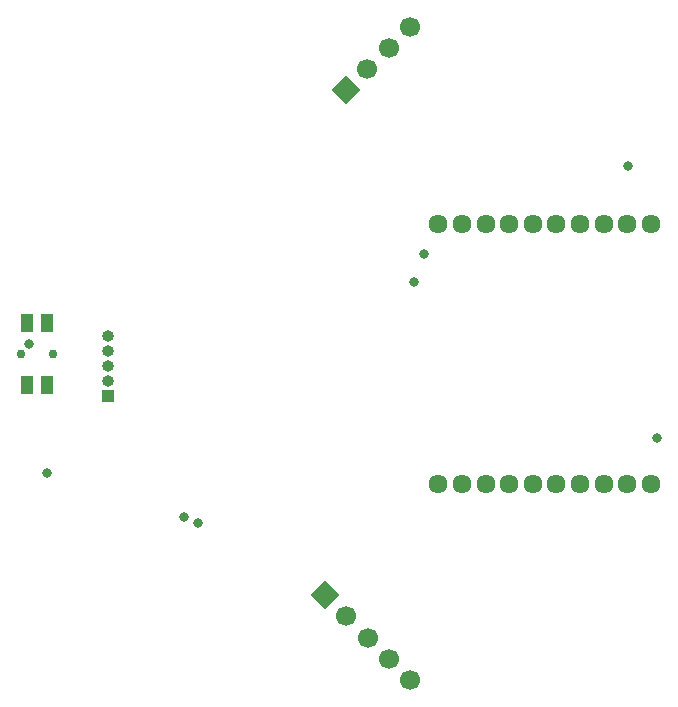
<source format=gbs>
G04 #@! TF.GenerationSoftware,KiCad,Pcbnew,(6.0.1)*
G04 #@! TF.CreationDate,2022-04-06T23:24:07+09:00*
G04 #@! TF.ProjectId,xbee-gyro20220207,78626565-2d67-4797-926f-323032323032,V1.1*
G04 #@! TF.SameCoordinates,Original*
G04 #@! TF.FileFunction,Soldermask,Bot*
G04 #@! TF.FilePolarity,Negative*
%FSLAX46Y46*%
G04 Gerber Fmt 4.6, Leading zero omitted, Abs format (unit mm)*
G04 Created by KiCad (PCBNEW (6.0.1)) date 2022-04-06 23:24:07*
%MOMM*%
%LPD*%
G01*
G04 APERTURE LIST*
G04 Aperture macros list*
%AMHorizOval*
0 Thick line with rounded ends*
0 $1 width*
0 $2 $3 position (X,Y) of the first rounded end (center of the circle)*
0 $4 $5 position (X,Y) of the second rounded end (center of the circle)*
0 Add line between two ends*
20,1,$1,$2,$3,$4,$5,0*
0 Add two circle primitives to create the rounded ends*
1,1,$1,$2,$3*
1,1,$1,$4,$5*%
%AMRotRect*
0 Rectangle, with rotation*
0 The origin of the aperture is its center*
0 $1 length*
0 $2 width*
0 $3 Rotation angle, in degrees counterclockwise*
0 Add horizontal line*
21,1,$1,$2,0,0,$3*%
G04 Aperture macros list end*
%ADD10RotRect,1.700000X1.700000X45.000000*%
%ADD11HorizOval,1.700000X0.000000X0.000000X0.000000X0.000000X0*%
%ADD12RotRect,1.700000X1.700000X135.000000*%
%ADD13HorizOval,1.700000X0.000000X0.000000X0.000000X0.000000X0*%
%ADD14C,1.612800*%
%ADD15C,0.750000*%
%ADD16R,1.000000X1.550000*%
%ADD17R,1.000000X1.000000*%
%ADD18O,1.000000X1.000000*%
%ADD19C,0.800000*%
G04 APERTURE END LIST*
D10*
X72407900Y-135407900D03*
D11*
X74203951Y-137203951D03*
X76000002Y-139000002D03*
X77796054Y-140796054D03*
X79592105Y-142592105D03*
D12*
X74200000Y-92669300D03*
D13*
X75996051Y-90873249D03*
X77792102Y-89077198D03*
X79588154Y-87281146D03*
D14*
X100000000Y-126000000D03*
X98000000Y-126000000D03*
X96000000Y-126000000D03*
X94000000Y-126000000D03*
X92000000Y-126000000D03*
X90000000Y-126000000D03*
X88000000Y-126000000D03*
X86000000Y-126000000D03*
X84000000Y-126000000D03*
X82000000Y-126000000D03*
X82000000Y-104000000D03*
X84000000Y-104000000D03*
X86000000Y-104000000D03*
X88000000Y-104000000D03*
X90000000Y-104000000D03*
X92000000Y-104000000D03*
X94000000Y-104000000D03*
X96000000Y-104000000D03*
X98000000Y-104000000D03*
X100000000Y-104000000D03*
D15*
X49375000Y-115000000D03*
X46625000Y-115000000D03*
D16*
X47150000Y-117625000D03*
X47150000Y-112375000D03*
X48850000Y-112375000D03*
X48850000Y-117625000D03*
D17*
X54000000Y-118550000D03*
D18*
X54000000Y-117280000D03*
X54000000Y-116010000D03*
X54000000Y-114740000D03*
X54000000Y-113470000D03*
D19*
X79908800Y-108862500D03*
X80779000Y-106530400D03*
X48859600Y-125015400D03*
X60439800Y-128740000D03*
X61608700Y-129272000D03*
X47368600Y-114122800D03*
X98025200Y-99085900D03*
X100500000Y-122088400D03*
M02*

</source>
